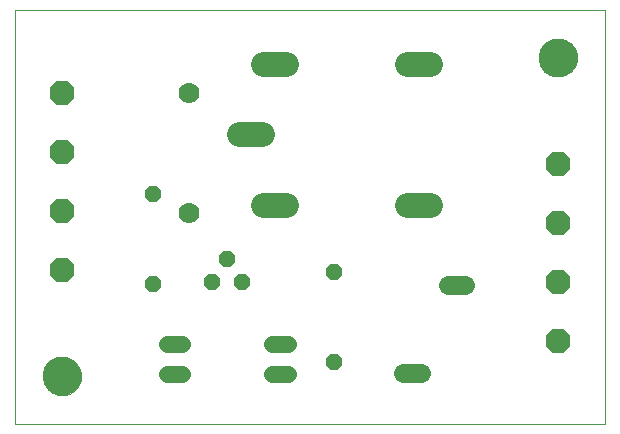
<source format=gts>
G75*
G70*
%OFA0B0*%
%FSLAX24Y24*%
%IPPOS*%
%LPD*%
%AMOC8*
5,1,8,0,0,1.08239X$1,22.5*
%
%ADD10C,0.0000*%
%ADD11C,0.1300*%
%ADD12C,0.0820*%
%ADD13C,0.0700*%
%ADD14C,0.0634*%
%ADD15OC8,0.0808*%
%ADD16C,0.0560*%
%ADD17OC8,0.0560*%
D10*
X000180Y000180D02*
X000180Y013960D01*
X019865Y013960D01*
X019865Y000180D01*
X000180Y000180D01*
X001125Y001755D02*
X001127Y001805D01*
X001133Y001855D01*
X001143Y001904D01*
X001157Y001952D01*
X001174Y001999D01*
X001195Y002044D01*
X001220Y002088D01*
X001248Y002129D01*
X001280Y002168D01*
X001314Y002205D01*
X001351Y002239D01*
X001391Y002269D01*
X001433Y002296D01*
X001477Y002320D01*
X001523Y002341D01*
X001570Y002357D01*
X001618Y002370D01*
X001668Y002379D01*
X001717Y002384D01*
X001768Y002385D01*
X001818Y002382D01*
X001867Y002375D01*
X001916Y002364D01*
X001964Y002349D01*
X002010Y002331D01*
X002055Y002309D01*
X002098Y002283D01*
X002139Y002254D01*
X002178Y002222D01*
X002214Y002187D01*
X002246Y002149D01*
X002276Y002109D01*
X002303Y002066D01*
X002326Y002022D01*
X002345Y001976D01*
X002361Y001928D01*
X002373Y001879D01*
X002381Y001830D01*
X002385Y001780D01*
X002385Y001730D01*
X002381Y001680D01*
X002373Y001631D01*
X002361Y001582D01*
X002345Y001534D01*
X002326Y001488D01*
X002303Y001444D01*
X002276Y001401D01*
X002246Y001361D01*
X002214Y001323D01*
X002178Y001288D01*
X002139Y001256D01*
X002098Y001227D01*
X002055Y001201D01*
X002010Y001179D01*
X001964Y001161D01*
X001916Y001146D01*
X001867Y001135D01*
X001818Y001128D01*
X001768Y001125D01*
X001717Y001126D01*
X001668Y001131D01*
X001618Y001140D01*
X001570Y001153D01*
X001523Y001169D01*
X001477Y001190D01*
X001433Y001214D01*
X001391Y001241D01*
X001351Y001271D01*
X001314Y001305D01*
X001280Y001342D01*
X001248Y001381D01*
X001220Y001422D01*
X001195Y001466D01*
X001174Y001511D01*
X001157Y001558D01*
X001143Y001606D01*
X001133Y001655D01*
X001127Y001705D01*
X001125Y001755D01*
X017660Y012385D02*
X017662Y012435D01*
X017668Y012485D01*
X017678Y012534D01*
X017692Y012582D01*
X017709Y012629D01*
X017730Y012674D01*
X017755Y012718D01*
X017783Y012759D01*
X017815Y012798D01*
X017849Y012835D01*
X017886Y012869D01*
X017926Y012899D01*
X017968Y012926D01*
X018012Y012950D01*
X018058Y012971D01*
X018105Y012987D01*
X018153Y013000D01*
X018203Y013009D01*
X018252Y013014D01*
X018303Y013015D01*
X018353Y013012D01*
X018402Y013005D01*
X018451Y012994D01*
X018499Y012979D01*
X018545Y012961D01*
X018590Y012939D01*
X018633Y012913D01*
X018674Y012884D01*
X018713Y012852D01*
X018749Y012817D01*
X018781Y012779D01*
X018811Y012739D01*
X018838Y012696D01*
X018861Y012652D01*
X018880Y012606D01*
X018896Y012558D01*
X018908Y012509D01*
X018916Y012460D01*
X018920Y012410D01*
X018920Y012360D01*
X018916Y012310D01*
X018908Y012261D01*
X018896Y012212D01*
X018880Y012164D01*
X018861Y012118D01*
X018838Y012074D01*
X018811Y012031D01*
X018781Y011991D01*
X018749Y011953D01*
X018713Y011918D01*
X018674Y011886D01*
X018633Y011857D01*
X018590Y011831D01*
X018545Y011809D01*
X018499Y011791D01*
X018451Y011776D01*
X018402Y011765D01*
X018353Y011758D01*
X018303Y011755D01*
X018252Y011756D01*
X018203Y011761D01*
X018153Y011770D01*
X018105Y011783D01*
X018058Y011799D01*
X018012Y011820D01*
X017968Y011844D01*
X017926Y011871D01*
X017886Y011901D01*
X017849Y011935D01*
X017815Y011972D01*
X017783Y012011D01*
X017755Y012052D01*
X017730Y012096D01*
X017709Y012141D01*
X017692Y012188D01*
X017678Y012236D01*
X017668Y012285D01*
X017662Y012335D01*
X017660Y012385D01*
D11*
X018290Y012385D03*
X001755Y001755D03*
D12*
X008454Y007476D02*
X009234Y007476D01*
X008434Y009826D02*
X007654Y009826D01*
X008454Y012176D02*
X009234Y012176D01*
X013254Y012176D02*
X014034Y012176D01*
X014034Y007476D02*
X013254Y007476D01*
D13*
X005991Y007215D03*
X005991Y011215D03*
D14*
X014608Y004806D02*
X015201Y004806D01*
X013705Y001853D02*
X013111Y001853D01*
D15*
X018290Y002936D03*
X018290Y004904D03*
X018290Y006873D03*
X018290Y008841D03*
X001755Y009235D03*
X001755Y007267D03*
X001755Y005298D03*
X001755Y011204D03*
D16*
X005247Y002845D02*
X005767Y002845D01*
X005767Y001845D02*
X005247Y001845D01*
X008767Y001845D02*
X009287Y001845D01*
X009287Y002845D02*
X008767Y002845D01*
D17*
X010810Y002223D03*
X007767Y004904D03*
X007267Y005654D03*
X006767Y004904D03*
X004786Y004845D03*
X004786Y007845D03*
X010810Y005223D03*
M02*

</source>
